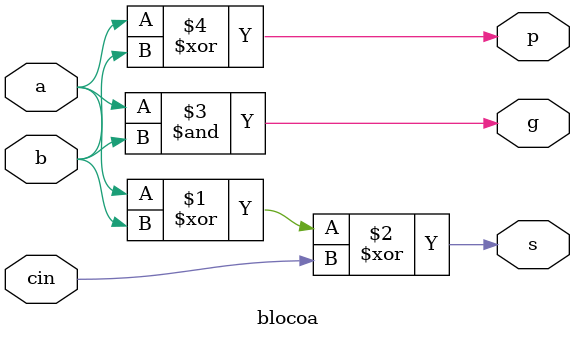
<source format=v>
`timescale 1ns / 1ps
module blocoa

	(
	        input a,
		input b,
		input cin,
		output g,
                output p,
		output s
	);
	
	assign s = a ^ b ^ cin;
	assign g = a & b;
	assign p = a ^ b;

endmodule

</source>
